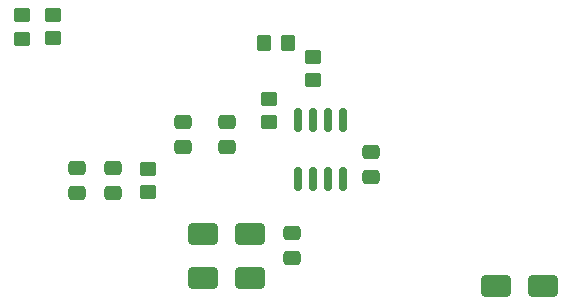
<source format=gbr>
%TF.GenerationSoftware,KiCad,Pcbnew,7.0.9*%
%TF.CreationDate,2024-03-04T14:19:55-03:00*%
%TF.ProjectId,CPU Stm32G431,43505520-5374-46d3-9332-473433312e6b,rev?*%
%TF.SameCoordinates,Original*%
%TF.FileFunction,Paste,Bot*%
%TF.FilePolarity,Positive*%
%FSLAX46Y46*%
G04 Gerber Fmt 4.6, Leading zero omitted, Abs format (unit mm)*
G04 Created by KiCad (PCBNEW 7.0.9) date 2024-03-04 14:19:55*
%MOMM*%
%LPD*%
G01*
G04 APERTURE LIST*
G04 Aperture macros list*
%AMRoundRect*
0 Rectangle with rounded corners*
0 $1 Rounding radius*
0 $2 $3 $4 $5 $6 $7 $8 $9 X,Y pos of 4 corners*
0 Add a 4 corners polygon primitive as box body*
4,1,4,$2,$3,$4,$5,$6,$7,$8,$9,$2,$3,0*
0 Add four circle primitives for the rounded corners*
1,1,$1+$1,$2,$3*
1,1,$1+$1,$4,$5*
1,1,$1+$1,$6,$7*
1,1,$1+$1,$8,$9*
0 Add four rect primitives between the rounded corners*
20,1,$1+$1,$2,$3,$4,$5,0*
20,1,$1+$1,$4,$5,$6,$7,0*
20,1,$1+$1,$6,$7,$8,$9,0*
20,1,$1+$1,$8,$9,$2,$3,0*%
G04 Aperture macros list end*
%ADD10RoundRect,0.250000X-0.475000X0.337500X-0.475000X-0.337500X0.475000X-0.337500X0.475000X0.337500X0*%
%ADD11RoundRect,0.250000X-1.000000X-0.650000X1.000000X-0.650000X1.000000X0.650000X-1.000000X0.650000X0*%
%ADD12RoundRect,0.150000X0.150000X-0.825000X0.150000X0.825000X-0.150000X0.825000X-0.150000X-0.825000X0*%
%ADD13RoundRect,0.250000X-0.450000X0.350000X-0.450000X-0.350000X0.450000X-0.350000X0.450000X0.350000X0*%
%ADD14RoundRect,0.250000X0.475000X-0.337500X0.475000X0.337500X-0.475000X0.337500X-0.475000X-0.337500X0*%
%ADD15RoundRect,0.250000X1.000000X0.650000X-1.000000X0.650000X-1.000000X-0.650000X1.000000X-0.650000X0*%
%ADD16RoundRect,0.250000X0.450000X-0.350000X0.450000X0.350000X-0.450000X0.350000X-0.450000X-0.350000X0*%
%ADD17RoundRect,0.250000X0.350000X0.450000X-0.350000X0.450000X-0.350000X-0.450000X0.350000X-0.450000X0*%
G04 APERTURE END LIST*
D10*
%TO.C,C11*%
X144780000Y-105982500D03*
X144780000Y-108057500D03*
%TD*%
D11*
%TO.C,D1*%
X152380000Y-111520000D03*
X156380000Y-111520000D03*
%TD*%
D12*
%TO.C,U3*%
X164285000Y-106895000D03*
X163015000Y-106895000D03*
X161745000Y-106895000D03*
X160475000Y-106895000D03*
X160475000Y-101945000D03*
X161745000Y-101945000D03*
X163015000Y-101945000D03*
X164285000Y-101945000D03*
%TD*%
D13*
%TO.C,R4*%
X137080000Y-93020000D03*
X137080000Y-95020000D03*
%TD*%
D14*
%TO.C,C12*%
X150680000Y-104157500D03*
X150680000Y-102082500D03*
%TD*%
D11*
%TO.C,D2*%
X152380000Y-115320000D03*
X156380000Y-115320000D03*
%TD*%
D14*
%TO.C,C9*%
X159980000Y-113557500D03*
X159980000Y-111482500D03*
%TD*%
%TO.C,C17*%
X166680000Y-106695000D03*
X166680000Y-104620000D03*
%TD*%
D13*
%TO.C,R7*%
X158020000Y-100095000D03*
X158020000Y-102095000D03*
%TD*%
D14*
%TO.C,C16*%
X141780000Y-108057500D03*
X141780000Y-105982500D03*
%TD*%
D15*
%TO.C,D5*%
X181240000Y-115970000D03*
X177240000Y-115970000D03*
%TD*%
D13*
%TO.C,R5*%
X139680000Y-92980000D03*
X139680000Y-94980000D03*
%TD*%
D16*
%TO.C,R6*%
X161720000Y-98545000D03*
X161720000Y-96545000D03*
%TD*%
D14*
%TO.C,C13*%
X154480000Y-104157500D03*
X154480000Y-102082500D03*
%TD*%
D17*
%TO.C,R2*%
X159580000Y-95420000D03*
X157580000Y-95420000D03*
%TD*%
D16*
%TO.C,R1*%
X147780000Y-108020000D03*
X147780000Y-106020000D03*
%TD*%
M02*

</source>
